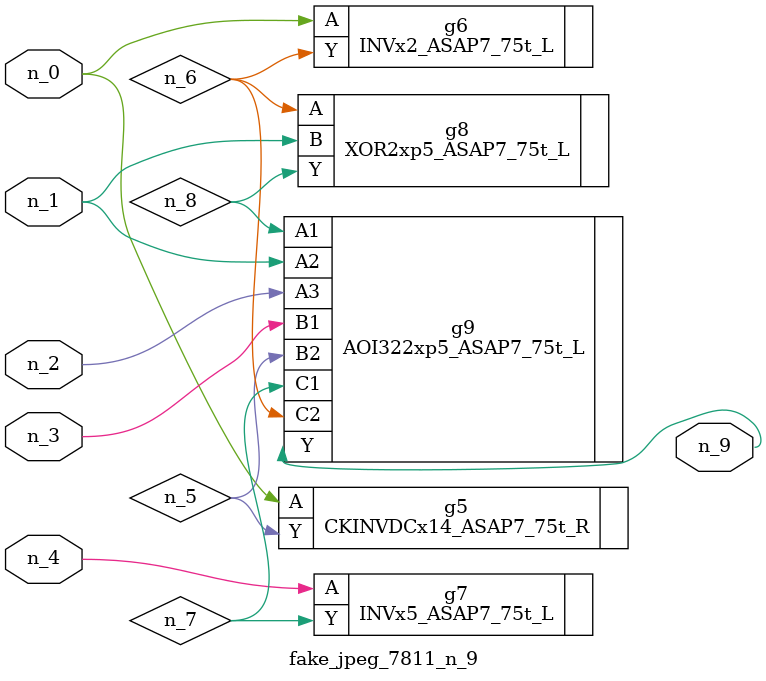
<source format=v>
module fake_jpeg_7811_n_9 (n_3, n_2, n_1, n_0, n_4, n_9);

input n_3;
input n_2;
input n_1;
input n_0;
input n_4;

output n_9;

wire n_8;
wire n_6;
wire n_5;
wire n_7;

CKINVDCx14_ASAP7_75t_R g5 ( 
.A(n_0),
.Y(n_5)
);

INVx2_ASAP7_75t_L g6 ( 
.A(n_0),
.Y(n_6)
);

INVx5_ASAP7_75t_L g7 ( 
.A(n_4),
.Y(n_7)
);

XOR2xp5_ASAP7_75t_L g8 ( 
.A(n_6),
.B(n_1),
.Y(n_8)
);

AOI322xp5_ASAP7_75t_L g9 ( 
.A1(n_8),
.A2(n_1),
.A3(n_2),
.B1(n_3),
.B2(n_5),
.C1(n_7),
.C2(n_6),
.Y(n_9)
);


endmodule
</source>
